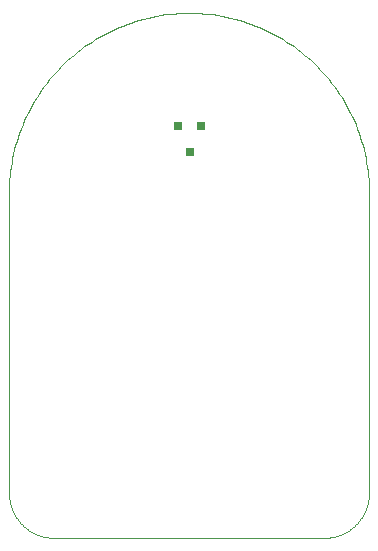
<source format=gtp>
G75*
%MOIN*%
%OFA0B0*%
%FSLAX25Y25*%
%IPPOS*%
%LPD*%
%AMOC8*
5,1,8,0,0,1.08239X$1,22.5*
%
%ADD10R,0.02992X0.02992*%
%ADD11C,0.00000*%
D10*
X0061894Y0130063D03*
X0065437Y0138724D03*
X0057957Y0138724D03*
D11*
X0001500Y0116500D02*
X0001500Y0016500D01*
X0001504Y0016138D01*
X0001518Y0015775D01*
X0001539Y0015413D01*
X0001570Y0015052D01*
X0001609Y0014692D01*
X0001657Y0014333D01*
X0001714Y0013975D01*
X0001779Y0013618D01*
X0001853Y0013263D01*
X0001936Y0012910D01*
X0002027Y0012559D01*
X0002126Y0012211D01*
X0002234Y0011865D01*
X0002350Y0011521D01*
X0002475Y0011181D01*
X0002607Y0010844D01*
X0002748Y0010510D01*
X0002897Y0010179D01*
X0003054Y0009852D01*
X0003218Y0009529D01*
X0003390Y0009210D01*
X0003570Y0008896D01*
X0003758Y0008585D01*
X0003953Y0008280D01*
X0004155Y0007979D01*
X0004365Y0007683D01*
X0004581Y0007393D01*
X0004805Y0007107D01*
X0005035Y0006827D01*
X0005272Y0006553D01*
X0005516Y0006285D01*
X0005766Y0006022D01*
X0006022Y0005766D01*
X0006285Y0005516D01*
X0006553Y0005272D01*
X0006827Y0005035D01*
X0007107Y0004805D01*
X0007393Y0004581D01*
X0007683Y0004365D01*
X0007979Y0004155D01*
X0008280Y0003953D01*
X0008585Y0003758D01*
X0008896Y0003570D01*
X0009210Y0003390D01*
X0009529Y0003218D01*
X0009852Y0003054D01*
X0010179Y0002897D01*
X0010510Y0002748D01*
X0010844Y0002607D01*
X0011181Y0002475D01*
X0011521Y0002350D01*
X0011865Y0002234D01*
X0012211Y0002126D01*
X0012559Y0002027D01*
X0012910Y0001936D01*
X0013263Y0001853D01*
X0013618Y0001779D01*
X0013975Y0001714D01*
X0014333Y0001657D01*
X0014692Y0001609D01*
X0015052Y0001570D01*
X0015413Y0001539D01*
X0015775Y0001518D01*
X0016138Y0001504D01*
X0016500Y0001500D01*
X0106500Y0001500D01*
X0106862Y0001504D01*
X0107225Y0001518D01*
X0107587Y0001539D01*
X0107948Y0001570D01*
X0108308Y0001609D01*
X0108667Y0001657D01*
X0109025Y0001714D01*
X0109382Y0001779D01*
X0109737Y0001853D01*
X0110090Y0001936D01*
X0110441Y0002027D01*
X0110789Y0002126D01*
X0111135Y0002234D01*
X0111479Y0002350D01*
X0111819Y0002475D01*
X0112156Y0002607D01*
X0112490Y0002748D01*
X0112821Y0002897D01*
X0113148Y0003054D01*
X0113471Y0003218D01*
X0113790Y0003390D01*
X0114104Y0003570D01*
X0114415Y0003758D01*
X0114720Y0003953D01*
X0115021Y0004155D01*
X0115317Y0004365D01*
X0115607Y0004581D01*
X0115893Y0004805D01*
X0116173Y0005035D01*
X0116447Y0005272D01*
X0116715Y0005516D01*
X0116978Y0005766D01*
X0117234Y0006022D01*
X0117484Y0006285D01*
X0117728Y0006553D01*
X0117965Y0006827D01*
X0118195Y0007107D01*
X0118419Y0007393D01*
X0118635Y0007683D01*
X0118845Y0007979D01*
X0119047Y0008280D01*
X0119242Y0008585D01*
X0119430Y0008896D01*
X0119610Y0009210D01*
X0119782Y0009529D01*
X0119946Y0009852D01*
X0120103Y0010179D01*
X0120252Y0010510D01*
X0120393Y0010844D01*
X0120525Y0011181D01*
X0120650Y0011521D01*
X0120766Y0011865D01*
X0120874Y0012211D01*
X0120973Y0012559D01*
X0121064Y0012910D01*
X0121147Y0013263D01*
X0121221Y0013618D01*
X0121286Y0013975D01*
X0121343Y0014333D01*
X0121391Y0014692D01*
X0121430Y0015052D01*
X0121461Y0015413D01*
X0121482Y0015775D01*
X0121496Y0016138D01*
X0121500Y0016500D01*
X0121500Y0116500D01*
X0121482Y0117961D01*
X0121429Y0119421D01*
X0121340Y0120880D01*
X0121216Y0122336D01*
X0121056Y0123788D01*
X0120861Y0125236D01*
X0120630Y0126679D01*
X0120365Y0128116D01*
X0120065Y0129546D01*
X0119730Y0130968D01*
X0119360Y0132382D01*
X0118956Y0133786D01*
X0118518Y0135180D01*
X0118046Y0136563D01*
X0117541Y0137934D01*
X0117002Y0139292D01*
X0116431Y0140637D01*
X0115827Y0141967D01*
X0115191Y0143283D01*
X0114523Y0144582D01*
X0113823Y0145865D01*
X0113092Y0147130D01*
X0112331Y0148378D01*
X0111540Y0149606D01*
X0110719Y0150815D01*
X0109869Y0152003D01*
X0108990Y0153170D01*
X0108083Y0154316D01*
X0107148Y0155439D01*
X0106186Y0156539D01*
X0105198Y0157615D01*
X0104184Y0158667D01*
X0103144Y0159694D01*
X0102080Y0160695D01*
X0100992Y0161671D01*
X0099880Y0162619D01*
X0098746Y0163540D01*
X0097589Y0164433D01*
X0096412Y0165297D01*
X0095213Y0166133D01*
X0093994Y0166939D01*
X0092756Y0167716D01*
X0091500Y0168462D01*
X0090226Y0169177D01*
X0088935Y0169861D01*
X0087627Y0170513D01*
X0086304Y0171133D01*
X0084966Y0171721D01*
X0083615Y0172276D01*
X0082250Y0172798D01*
X0080873Y0173286D01*
X0079484Y0173741D01*
X0078085Y0174162D01*
X0076676Y0174549D01*
X0075258Y0174901D01*
X0073832Y0175219D01*
X0072398Y0175502D01*
X0070958Y0175750D01*
X0069513Y0175963D01*
X0068062Y0176140D01*
X0066608Y0176282D01*
X0065151Y0176389D01*
X0063691Y0176460D01*
X0062231Y0176496D01*
X0060769Y0176496D01*
X0059309Y0176460D01*
X0057849Y0176389D01*
X0056392Y0176282D01*
X0054938Y0176140D01*
X0053487Y0175963D01*
X0052042Y0175750D01*
X0050602Y0175502D01*
X0049168Y0175219D01*
X0047742Y0174901D01*
X0046324Y0174549D01*
X0044915Y0174162D01*
X0043516Y0173741D01*
X0042127Y0173286D01*
X0040750Y0172798D01*
X0039385Y0172276D01*
X0038034Y0171721D01*
X0036696Y0171133D01*
X0035373Y0170513D01*
X0034065Y0169861D01*
X0032774Y0169177D01*
X0031500Y0168462D01*
X0030244Y0167716D01*
X0029006Y0166939D01*
X0027787Y0166133D01*
X0026588Y0165297D01*
X0025411Y0164433D01*
X0024254Y0163540D01*
X0023120Y0162619D01*
X0022008Y0161671D01*
X0020920Y0160695D01*
X0019856Y0159694D01*
X0018816Y0158667D01*
X0017802Y0157615D01*
X0016814Y0156539D01*
X0015852Y0155439D01*
X0014917Y0154316D01*
X0014010Y0153170D01*
X0013131Y0152003D01*
X0012281Y0150815D01*
X0011460Y0149606D01*
X0010669Y0148378D01*
X0009908Y0147130D01*
X0009177Y0145865D01*
X0008477Y0144582D01*
X0007809Y0143283D01*
X0007173Y0141967D01*
X0006569Y0140637D01*
X0005998Y0139292D01*
X0005459Y0137934D01*
X0004954Y0136563D01*
X0004482Y0135180D01*
X0004044Y0133786D01*
X0003640Y0132382D01*
X0003270Y0130968D01*
X0002935Y0129546D01*
X0002635Y0128116D01*
X0002370Y0126679D01*
X0002139Y0125236D01*
X0001944Y0123788D01*
X0001784Y0122336D01*
X0001660Y0120880D01*
X0001571Y0119421D01*
X0001518Y0117961D01*
X0001500Y0116500D01*
M02*

</source>
